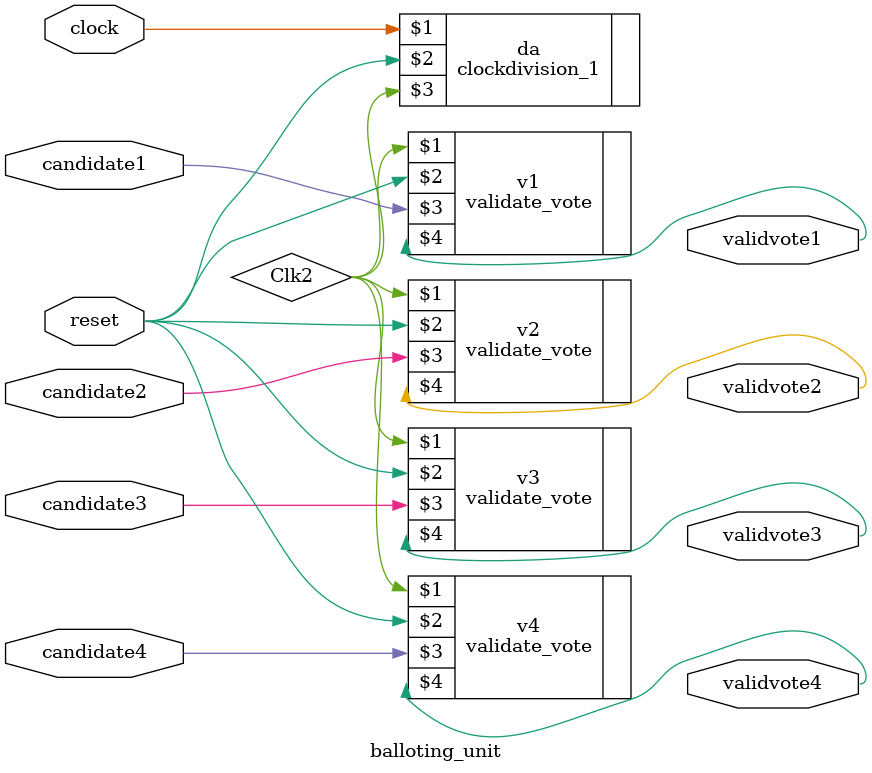
<source format=v>
`timescale 1ns / 1ps
module balloting_unit(
input clock,
input reset,
input candidate1,
input candidate2,
input candidate3,
input candidate4,
output validvote1,
output validvote2,
output validvote3,
output validvote4);
clockdivision_1 da(clock,reset,Clk2);
validate_vote v1(Clk2,reset,candidate1,validvote1);
validate_vote v2(Clk2,reset,candidate2,validvote2);
validate_vote v3(Clk2,reset,candidate3,validvote3);
validate_vote v4(Clk2,reset,candidate4,validvote4);
endmodule


</source>
